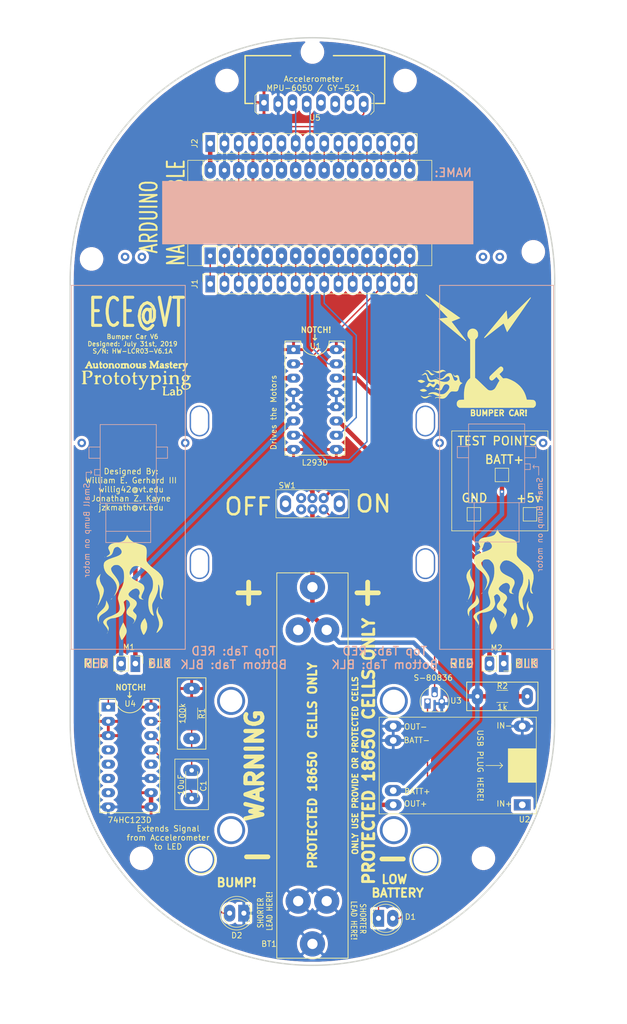
<source format=kicad_pcb>
(kicad_pcb (version 20171130) (host pcbnew 5.1.4-e60b266~84~ubuntu19.04.1)
  (layers (0 F.Cu signal) (31 B.Cu signal) (34 B.Paste user) (35 F.Paste user) (36 B.SilkS user hide) (37 F.SilkS user) (38 B.Mask user) (39 F.Mask user) (44 Edge.Cuts user))
  (net 0 "")
  (net 1 GND)
  (net 2 +BATT)
  (net 3 "Net-(C1-Pad2)")
  (net 4 "Net-(C1-Pad1)")
  (net 5 "Net-(D1-Pad2)")
  (net 6 "Net-(D2-Pad2)")
  (net 7 +3V3)
  (net 8 "Net-(M1-Pad2)")
  (net 9 "Net-(M1-Pad1)")
  (net 10 "Net-(M2-Pad2)")
  (net 11 "Net-(M2-Pad1)")
  (net 12 Trigger)
  (net 13 "Net-(SW1-Pad1)")
  (net 14 "Net-(SW1-Pad2)")
  (net 15 "Net-(SW1-Pad4)")
  (net 16 "Net-(SW1-Pad6)")
  (net 17 GPIO-1)
  (net 18 GPIO-0)
  (net 19 GPIO-AREF)
  (net 20 RESET)
  (net 21 GPIO-A0)
  (net 22 GPIO-A1)
  (net 23 GPIO-2)
  (net 24 GPIO-A2)
  (net 25 GPIO-3)
  (net 26 GPIO-A3)
  (net 27 GPIO-4)
  (net 28 GPIO-A4)
  (net 29 GPIO-5)
  (net 30 GPIO-A5)
  (net 31 GPIO-6)
  (net 32 GPIO-A6)
  (net 33 GPIO-7)
  (net 34 GPIO-A7)
  (net 35 GPIO-8)
  (net 36 +5V)
  (net 37 GPIO-9)
  (net 38 GPIO-10)
  (net 39 GPIO-11)
  (net 40 +9V)
  (net 41 GPIO-12)
  (net 42 GPIO-13)
  (net 43 "Net-(D1-Pad1)")
  (net 44 "Net-(U2-Pad1)")
  (net 45 "Net-(U5-Pad7)")
  (net 46 "Net-(U5-Pad6)")
  (net 47 "Net-(U5-Pad5)")
  (net 48 "Net-(U4-Pad4)")
  (net 49 "Net-(U4-Pad12)")
  (net 50 "Net-(U4-Pad5)")
  (net 51 "Net-(U4-Pad6)")
  (net 52 "Net-(U4-Pad7)")
  (module rover:54x2 (layer F.Cu) (at 121.222 149.72)
    (fp_text reference BT1 (at -7.7465 31.75) (layer F.SilkS))
    (fp_text value Battery)
    (fp_text user "PROTECTED 18650  CELLS ONLY" (at 0 0 90) (layer F.SilkS) (effects (font (size 1.5 1.5) (thickness 0.375))))
    (fp_text user "ONLY USE PROVIDE OR PROTECTED CELLS" (at 7.62 0 90) (layer F.SilkS) (effects (font (thickness 0.25))))
    (fp_text user WARNING (at -10.2865 0.0003 90) (layer F.SilkS) (effects (font (size 3 3) (thickness 0.75))))
    (fp_text user "PROTECTED 18650 CELLS ONLY" (at 10.0335 -2.54 90) (layer F.SilkS) (effects (font (size 2 2) (thickness 0.5))))
    (pad 2 thru_hole circle (at -2.54 24.13 180) (size 4.5 4.5) (drill 1.83) (layers *.Cu *.Mask) (net 1 GND))
    (pad 2 thru_hole circle (at 2.54 24.13 180) (size 4.5 4.5) (drill 1.83) (layers *.Cu *.Mask) (net 1 GND))
    (pad 2 thru_hole circle (at 0 31.75 180) (size 4.5 4.5) (drill 1.83) (layers *.Cu *.Mask) (net 1 GND))
    (pad 1 thru_hole circle (at 2.54 -24.13) (size 4.5 4.5) (drill 1.83) (layers *.Cu *.Mask) (net 2 +BATT))
    (pad 1 thru_hole circle (at -2.54 -24.13) (size 4.5 4.5) (drill 1.83) (layers *.Cu *.Mask) (net 2 +BATT))
    (pad 1 thru_hole circle (at 0 -31.75) (size 4.5 4.5) (drill 1.83) (layers *.Cu *.Mask) (net 2 +BATT))
  )
  (module rover:C_Disc_D4.3mm_W1.9mm_P5.00mm_Handsolder (layer F.Cu) (at 99.695 150.575 270)
    (fp_text reference C1 (at 2.8 -2.1 90) (layer F.SilkS))
    (fp_text value 10uF hide)
    (pad 2 thru_hole oval (at 5 0 270) (size 2 3) (drill 0.8) (layers *.Cu *.Mask) (net 3 "Net-(C1-Pad2)"))
    (pad 1 thru_hole oval (at 0 0 270) (size 2 3) (drill 0.8) (layers *.Cu *.Mask) (net 4 "Net-(C1-Pad1)"))
  )
  (module rover:LED_D5.0mm_handsolder (layer F.Cu) (at 133 176.911)
    (fp_text reference D1 (at 5.684 -0.254) (layer F.SilkS))
    (fp_text value LED hide)
    (pad 2 thru_hole oval (at 2.54 0) (size 2 3) (drill 0.9) (layers *.Cu *.Mask) (net 5 "Net-(D1-Pad2)"))
    (pad 1 thru_hole rect (at 0 0) (size 2 3) (drill 0.9) (layers *.Cu *.Mask) (net 43 "Net-(D1-Pad1)"))
  )
  (module rover:LED_D5.0mm_handsolder (layer F.Cu) (at 109 176 180)
    (fp_text reference D2 (at 1.27 -3.96) (layer F.SilkS))
    (fp_text value RGB_LED hide)
    (pad 1 thru_hole rect (at 0 0 180) (size 2 3) (drill 0.9) (layers *.Cu *.Mask) (net 1 GND))
    (pad 2 thru_hole oval (at 2.54 0 180) (size 2 3) (drill 0.9) (layers *.Cu *.Mask) (net 6 "Net-(D2-Pad2)"))
  )
  (module rover:bolt (layer F.Cu) (at 156 70)
    (fp_text reference G1 hide)
    (fp_text value Logo hide)
  )
  (module rover:bolt (layer F.Cu) (at 145 70 90)
    (fp_text reference G2 hide)
    (fp_text value Logo hide)
  )
  (module rover:bumper (layer F.Cu) (at 154 79)
    (fp_text reference G3 hide)
    (fp_text value Logo hide)
  )
  (module rover:flame (layer F.Cu) (at 89 118 180)
    (fp_text reference G4 hide)
    (fp_text value Logo hide)
  )
  (module rover:flame (layer F.Cu) (at 155 117 180)
    (fp_text reference G5 hide)
    (fp_text value Logo hide)
  )
  (module rover:flame_tiny (layer F.Cu) (at 144 82 90)
    (fp_text reference G6 hide)
    (fp_text value Logo hide)
  )
  (module rover:LOGO2 (layer F.Cu) (at 89.408 80.772)
    (fp_text reference G7 hide)
    (fp_text value Logo hide)
  )
  (module MountingHole:MountingHole_3.2mm_M3 (layer F.Cu) (at 121.2215 22.7203)
    (fp_text reference H1)
    (fp_text value MountingHole)
    (pad 1 np_thru_hole circle (at 0 0) (size 3.2 3.2) (drill 3.2) (layers *.Cu *.Mask))
  )
  (module MountingHole:MountingHole_3.2mm_M3 (layer F.Cu) (at 105.982 27.8003)
    (fp_text reference H2)
    (fp_text value MountingHole)
    (pad 1 np_thru_hole circle (at 0 0) (size 3.2 3.2) (drill 3.2) (layers *.Cu *.Mask))
  )
  (module MountingHole:MountingHole_3.2mm_M3 (layer F.Cu) (at 137.732 27.8003)
    (fp_text reference H3)
    (fp_text value MountingHole)
    (pad 1 np_thru_hole circle (at 0 0) (size 3.2 3.2) (drill 3.2) (layers *.Cu *.Mask))
  )
  (module MountingHole:MountingHole_3.2mm_M3 (layer F.Cu) (at 160.592 58.2803)
    (fp_text reference H4)
    (fp_text value MountingHole)
    (pad 1 np_thru_hole circle (at 0 0) (size 3.2 3.2) (drill 3.2) (layers *.Cu *.Mask))
  )
  (module MountingHole:MountingHole_3.2mm_M3 (layer F.Cu) (at 81.8515 59.5503)
    (fp_text reference H5)
    (fp_text value MountingHole)
    (pad 1 np_thru_hole circle (at 0 0) (size 3.2 3.2) (drill 3.2) (layers *.Cu *.Mask))
  )
  (module MountingHole:MountingHole_3.2mm_M3 (layer F.Cu) (at 90.7415 166.23)
    (fp_text reference H6)
    (fp_text value MountingHole)
    (pad 1 np_thru_hole circle (at 0 0) (size 3.2 3.2) (drill 3.2) (layers *.Cu *.Mask))
  )
  (module MountingHole:MountingHole_3.2mm_M3 (layer F.Cu) (at 151.702 166.23)
    (fp_text reference H7)
    (fp_text value MountingHole)
    (pad 1 np_thru_hole circle (at 0 0) (size 3.2 3.2) (drill 3.2) (layers *.Cu *.Mask))
  )
  (module rover:Ball_Caster (layer F.Cu) (at 141.346 166.484 90)
    (fp_text reference H8 hide)
    (fp_text value MountingHole_Castor hide)
    (pad "" thru_hole circle (at 0 -40 90) (size 4.7 4.7) (drill 4.2) (layers *.Cu *.Mask))
    (pad "" thru_hole circle (at 0 0 90) (size 4.7 4.7) (drill 4.2) (layers *.Cu *.Mask))
  )
  (module rover:Castor_Wheel (layer F.Cu) (at 121.222 149.72)
    (fp_text reference H9)
    (fp_text value MountingHole_Castor hide)
    (pad "" thru_hole circle (at -14.5 -11.5) (size 5 5) (drill 4) (layers *.Cu *.Mask))
    (pad "" thru_hole circle (at 14.5 -11.5) (size 5 5) (drill 4) (layers *.Cu *.Mask))
    (pad "" thru_hole circle (at -14.5 11.5) (size 5 5) (drill 4) (layers *.Cu *.Mask))
    (pad "" thru_hole circle (at 14.5 11.5) (size 5 5) (drill 4) (layers *.Cu *.Mask))
  )
  (module rover:PinSocket_1x15_P2.54mm_Vertical_Handsolder (layer F.Cu) (at 103 64 90)
    (fp_text reference J1 (at 0 -2.77 90) (layer F.SilkS))
    (fp_text value Conn_01x15)
    (pad 15 thru_hole oval (at 0 35.56 90) (size 3 1.7) (drill 1) (layers *.Cu *.Mask) (net 41 GPIO-12))
    (pad 14 thru_hole oval (at 0 33.02 90) (size 3 1.7) (drill 1) (layers *.Cu *.Mask) (net 39 GPIO-11))
    (pad 13 thru_hole oval (at 0 30.48 90) (size 3 1.7) (drill 1) (layers *.Cu *.Mask) (net 38 GPIO-10))
    (pad 12 thru_hole oval (at 0 27.94 90) (size 3 1.7) (drill 1) (layers *.Cu *.Mask) (net 37 GPIO-9))
    (pad 11 thru_hole oval (at 0 25.4 90) (size 3 1.7) (drill 1) (layers *.Cu *.Mask) (net 35 GPIO-8))
    (pad 10 thru_hole oval (at 0 22.86 90) (size 3 1.7) (drill 1) (layers *.Cu *.Mask) (net 33 GPIO-7))
    (pad 9 thru_hole oval (at 0 20.32 90) (size 3 1.7) (drill 1) (layers *.Cu *.Mask) (net 31 GPIO-6))
    (pad 8 thru_hole oval (at 0 17.78 90) (size 3 1.7) (drill 1) (layers *.Cu *.Mask) (net 29 GPIO-5))
    (pad 7 thru_hole oval (at 0 15.24 90) (size 3 1.7) (drill 1) (layers *.Cu *.Mask) (net 27 GPIO-4))
    (pad 6 thru_hole oval (at 0 12.7 90) (size 3 1.7) (drill 1) (layers *.Cu *.Mask) (net 25 GPIO-3))
    (pad 5 thru_hole oval (at 0 10.16 90) (size 3 1.7) (drill 1) (layers *.Cu *.Mask) (net 23 GPIO-2))
    (pad 4 thru_hole oval (at 0 7.62 90) (size 3 1.7) (drill 1) (layers *.Cu *.Mask) (net 1 GND))
    (pad 3 thru_hole oval (at 0 5.08 90) (size 3 1.7) (drill 1) (layers *.Cu *.Mask) (net 20 RESET))
    (pad 2 thru_hole oval (at 0 2.54 90) (size 3 1.7) (drill 1) (layers *.Cu *.Mask) (net 18 GPIO-0))
    (pad 1 thru_hole rect (at 0 0 90) (size 3 1.7) (drill 1) (layers *.Cu *.Mask) (net 17 GPIO-1))
  )
  (module rover:PinSocket_1x15_P2.54mm_Vertical_Handsolder (layer F.Cu) (at 103 39 90)
    (fp_text reference J2 (at 0 -2.77 90) (layer F.SilkS))
    (fp_text value Conn_01x15)
    (pad 1 thru_hole rect (at 0 0 90) (size 3 1.7) (drill 1) (layers *.Cu *.Mask) (net 40 +9V))
    (pad 2 thru_hole oval (at 0 2.54 90) (size 3 1.7) (drill 1) (layers *.Cu *.Mask) (net 1 GND))
    (pad 3 thru_hole oval (at 0 5.08 90) (size 3 1.7) (drill 1) (layers *.Cu *.Mask) (net 20 RESET))
    (pad 4 thru_hole oval (at 0 7.62 90) (size 3 1.7) (drill 1) (layers *.Cu *.Mask) (net 36 +5V))
    (pad 5 thru_hole oval (at 0 10.16 90) (size 3 1.7) (drill 1) (layers *.Cu *.Mask) (net 34 GPIO-A7))
    (pad 6 thru_hole oval (at 0 12.7 90) (size 3 1.7) (drill 1) (layers *.Cu *.Mask) (net 32 GPIO-A6))
    (pad 7 thru_hole oval (at 0 15.24 90) (size 3 1.7) (drill 1) (layers *.Cu *.Mask) (net 30 GPIO-A5))
    (pad 8 thru_hole oval (at 0 17.78 90) (size 3 1.7) (drill 1) (layers *.Cu *.Mask) (net 28 GPIO-A4))
    (pad 9 thru_hole oval (at 0 20.32 90) (size 3 1.7) (drill 1) (layers *.Cu *.Mask) (net 26 GPIO-A3))
    (pad 10 thru_hole oval (at 0 22.86 90) (size 3 1.7) (drill 1) (layers *.Cu *.Mask) (net 24 GPIO-A2))
    (pad 11 thru_hole oval (at 0 25.4 90) (size 3 1.7) (drill 1) (layers *.Cu *.Mask) (net 22 GPIO-A1))
    (pad 12 thru_hole oval (at 0 27.94 90) (size 3 1.7) (drill 1) (layers *.Cu *.Mask) (net 21 GPIO-A0))
    (pad 13 thru_hole oval (at 0 30.48 90) (size 3 1.7) (drill 1) (layers *.Cu *.Mask) (net 19 GPIO-AREF))
    (pad 14 thru_hole oval (at 0 33.02 90) (size 3 1.7) (drill 1) (layers *.Cu *.Mask) (net 7 +3V3))
    (pad 15 thru_hole oval (at 0 35.56 90) (size 3 1.7) (drill 1) (layers *.Cu *.Mask) (net 42 GPIO-13))
  )
  (module rover:Motor (layer F.Cu) (at 88.392 129.032 180)
    (fp_text reference M1 (at -0.127 0.381) (layer F.SilkS))
    (fp_text value DC_Motor)
    (fp_text user "Small Bump on motor" (at 7.4 21.2 90) (layer B.SilkS) (effects (justify mirror)))
    (pad "" thru_hole circle (at -10.16 36.73 180) (size 1.524 1.524) (drill 0.762) (layers *.Cu *.Mask))
    (pad "" thru_hole circle (at 8.29 36.73 180) (size 1.524 1.524) (drill 0.762) (layers *.Cu *.Mask))
    (pad "" thru_hole circle (at 0.565 69.85 180) (size 1.524 1.524) (drill 0.762) (layers *.Cu *.Mask))
    (pad "" thru_hole circle (at -2.435 69.85 180) (size 1.524 1.524) (drill 0.762) (layers *.Cu *.Mask))
    (pad 2 thru_hole oval (at 1.27 -2.54 270) (size 3 1.7) (drill 1) (layers *.Cu *.Mask) (net 8 "Net-(M1-Pad2)"))
    (pad 1 thru_hole rect (at -1.27 -2.54 270) (size 3 1.7) (drill 1) (layers *.Cu *.Mask) (net 9 "Net-(M1-Pad1)"))
    (pad "" thru_hole oval (at -12.7 15.24 180) (size 3.5 5.5) (drill oval 3 5) (layers *.Cu *.Mask))
    (pad "" thru_hole oval (at -12.7 40.64 180) (size 3.5 5.5) (drill oval 3 5) (layers *.Cu *.Mask))
  )
  (module rover:Motor_Mirror_true (layer F.Cu) (at 154.051 129.032 180)
    (fp_text reference M2 (at 0 0.254) (layer F.SilkS))
    (fp_text value DC_Motor)
    (fp_text user "Small Bump on motor" (at -7.7 22.2 90) (layer B.SilkS) (effects (justify mirror)))
    (pad "" thru_hole circle (at 10.16 36.73 180) (size 1.524 1.524) (drill 0.762) (layers *.Cu *.Mask))
    (pad "" thru_hole circle (at -8.29 36.73 180) (size 1.524 1.524) (drill 0.762) (layers *.Cu *.Mask))
    (pad "" thru_hole circle (at -0.565 69.85 180) (size 1.524 1.524) (drill 0.762) (layers *.Cu *.Mask))
    (pad "" thru_hole circle (at 2.435 69.85 180) (size 1.524 1.524) (drill 0.762) (layers *.Cu *.Mask))
    (pad 2 thru_hole oval (at 1.27 -2.54 270) (size 3 1.7) (drill 1) (layers *.Cu *.Mask) (net 10 "Net-(M2-Pad2)"))
    (pad 1 thru_hole rect (at -1.27 -2.54 270) (size 3 1.7) (drill 1) (layers *.Cu *.Mask) (net 11 "Net-(M2-Pad1)"))
    (pad "" thru_hole oval (at 12.7 15.24 180) (size 3.5 5.5) (drill oval 3 5) (layers *.Cu *.Mask))
    (pad "" thru_hole oval (at 12.7 40.64 180) (size 3.5 5.5) (drill oval 3 5) (layers *.Cu *.Mask))
  )
  (module rover:R_Combo (layer F.Cu) (at 99.695 140.462 270)
    (fp_text reference R1 (at 0 -1.85 90) (layer F.SilkS))
    (fp_text value 100k hide)
    (pad 2 thru_hole oval (at 4.445 0 270) (size 2 3) (drill 0.762) (layers *.Cu *.Mask) (net 4 "Net-(C1-Pad1)"))
    (pad 1 thru_hole oval (at -4.445 0 270) (size 2 3) (drill 0.762) (layers *.Cu *.Mask) (net 36 +5V))
    (pad 2 smd rect (at 2 0 270) (size 2 1.7) (layers F.Cu F.Paste F.Mask) (net 4 "Net-(C1-Pad1)"))
    (pad 1 smd rect (at -2 0 270) (size 2 1.7) (layers F.Cu F.Paste F.Mask) (net 36 +5V))
  )
  (module rover:R_Combo (layer F.Cu) (at 155.067 137.414)
    (fp_text reference R2 (at 0 -1.85) (layer F.SilkS))
    (fp_text value 1k hide)
    (pad 1 smd rect (at -2 0) (size 2 1.7) (layers F.Cu F.Paste F.Mask) (net 2 +BATT))
    (pad 2 smd rect (at 2 0) (size 2 1.7) (layers F.Cu F.Paste F.Mask) (net 5 "Net-(D1-Pad2)"))
    (pad 1 thru_hole oval (at -4.445 0) (size 2 3) (drill 0.762) (layers *.Cu *.Mask) (net 2 +BATT))
    (pad 2 thru_hole oval (at 4.445 0) (size 2 3) (drill 0.762) (layers *.Cu *.Mask) (net 5 "Net-(D1-Pad2)"))
  )
  (module TestPoint:TestPoint_Pad_2.0x2.0mm (layer F.Cu) (at 155 98)
    (fp_text reference TP1)
    (fp_text value TestPoint)
    (pad 1 smd rect (at 0 0) (size 2 2) (layers F.Cu F.Mask) (net 2 +BATT))
  )
  (module TestPoint:TestPoint_Pad_2.0x2.0mm (layer F.Cu) (at 160 105)
    (fp_text reference TP2)
    (fp_text value TestPoint)
    (pad 1 smd rect (at 0 0) (size 2 2) (layers F.Cu F.Mask) (net 36 +5V))
  )
  (module TestPoint:TestPoint_Pad_2.0x2.0mm (layer F.Cu) (at 150 105)
    (fp_text reference TP3)
    (fp_text value TestPoint)
    (pad 1 smd rect (at 0 0) (size 2 2) (layers F.Cu F.Mask) (net 1 GND))
  )
  (module rover:DIP16_labeled (layer F.Cu) (at 117.856 75.692)
    (fp_text reference U1 (at 3.9 -0.6) (layer F.SilkS))
    (fp_text value L293D (at 3.81 20.11) (layer F.SilkS))
    (fp_text user NOTCH! (at 4 -3.5) (layer F.SilkS) (effects (font (thickness 0.2))))
    (pad 16 thru_hole oval (at 7.62 0) (size 2.4 1.6) (drill 0.8) (layers *.Cu *.Mask) (net 36 +5V))
    (pad 8 thru_hole oval (at 0 17.78) (size 2.4 1.6) (drill 0.8) (layers *.Cu *.Mask) (net 36 +5V))
    (pad 15 thru_hole oval (at 7.62 2.54) (size 2.4 1.6) (drill 0.8) (layers *.Cu *.Mask) (net 29 GPIO-5))
    (pad 7 thru_hole oval (at 0 15.24) (size 2.4 1.6) (drill 0.8) (layers *.Cu *.Mask) (net 37 GPIO-9))
    (pad 14 thru_hole oval (at 7.62 5.08) (size 2.4 1.6) (drill 0.8) (layers *.Cu *.Mask) (net 11 "Net-(M2-Pad1)"))
    (pad 6 thru_hole oval (at 0 12.7) (size 2.4 1.6) (drill 0.8) (layers *.Cu *.Mask) (net 8 "Net-(M1-Pad2)"))
    (pad 13 thru_hole oval (at 7.62 7.62) (size 2.4 1.6) (drill 0.8) (layers *.Cu *.Mask) (net 1 GND))
    (pad 5 thru_hole oval (at 0 10.16) (size 2.4 1.6) (drill 0.8) (layers *.Cu *.Mask) (net 1 GND))
    (pad 12 thru_hole oval (at 7.62 10.16) (size 2.4 1.6) (drill 0.8) (layers *.Cu *.Mask) (net 1 GND))
    (pad 4 thru_hole oval (at 0 7.62) (size 2.4 1.6) (drill 0.8) (layers *.Cu *.Mask) (net 1 GND))
    (pad 11 thru_hole oval (at 7.62 12.7) (size 2.4 1.6) (drill 0.8) (layers *.Cu *.Mask) (net 10 "Net-(M2-Pad2)"))
    (pad 3 thru_hole oval (at 0 5.08) (size 2.4 1.6) (drill 0.8) (layers *.Cu *.Mask) (net 9 "Net-(M1-Pad1)"))
    (pad 10 thru_hole oval (at 7.62 15.24) (size 2.4 1.6) (drill 0.8) (layers *.Cu *.Mask) (net 31 GPIO-6))
    (pad 2 thru_hole oval (at 0 2.54) (size 2.4 1.6) (drill 0.8) (layers *.Cu *.Mask) (net 38 GPIO-10))
    (pad 9 thru_hole oval (at 7.62 17.78) (size 2.4 1.6) (drill 0.8) (layers *.Cu *.Mask) (net 36 +5V))
    (pad 1 thru_hole rect (at 0 0) (size 2.4 1.6) (drill 0.8) (layers *.Cu *.Mask) (net 36 +5V))
  )
  (module rover:TP4056_Module (layer F.Cu) (at 147.123 149.718 180)
    (fp_text reference U2 (at -11.9 -9.6) (layer F.SilkS))
    (fp_text value TP4056_Charger hide)
    (fp_text user IN+ (at -8.3 -6.8) (layer F.SilkS))
    (fp_text user IN- (at -8.3 7.1) (layer F.SilkS))
    (fp_text user OUT+ (at 7.5 -6.8) (layer F.SilkS))
    (fp_text user BATT+ (at 7.2 -4.6) (layer F.SilkS))
    (fp_text user BATT- (at 7.3 4.5) (layer F.SilkS))
    (fp_text user OUT- (at 7.5 6.9) (layer F.SilkS))
    (fp_text user "USB PLUG HERE!" (at -4 0 270 unlocked) (layer F.SilkS))
    (pad 1 thru_hole rect (at -11.5 -7 180) (size 3 2) (drill 1.2) (layers *.Cu *.Mask) (net 44 "Net-(U2-Pad1)"))
    (pad 2 thru_hole oval (at -11.5 7 180) (size 3 2) (drill 1.2) (layers *.Cu *.Mask) (net 1 GND))
    (pad 3 thru_hole oval (at 11.5 -7 180) (size 3 2) (drill 1.2) (layers *.Cu *.Mask) (net 14 "Net-(SW1-Pad2)"))
    (pad 4 thru_hole oval (at 11.5 -4.46 180) (size 3 2) (drill 1.2) (layers *.Cu *.Mask) (net 2 +BATT))
    (pad 5 thru_hole oval (at 11.5 4.46 180) (size 3 2) (drill 1.2) (layers *.Cu *.Mask) (net 1 GND))
    (pad 6 thru_hole oval (at 11.5 7 180) (size 3 2) (drill 1.2) (layers *.Cu *.Mask) (net 1 GND))
  )
  (module Package_TO_SOT_THT:TO-92_HandSolder (layer F.Cu) (at 141.732 138.303)
    (fp_text reference U3 (at 5.08 -0.127) (layer F.SilkS))
    (fp_text value S-80836CNY-B2-U)
    (pad 2 thru_hole roundrect (at 1.27 -1.27) (size 1.1 1.8) (drill 0.75 (offset 0 -0.4)) (layers *.Cu *.Mask) (net 16 "Net-(SW1-Pad6)"))
    (pad 3 thru_hole roundrect (at 2.54 0) (size 1.1 1.8) (drill 0.75 (offset 0 0.4)) (layers *.Cu *.Mask) (net 1 GND))
    (pad 1 thru_hole rect (at 0 0) (size 1.1 1.8) (drill 0.75 (offset 0 0.4)) (layers *.Cu *.Mask) (net 43 "Net-(D1-Pad1)"))
  )
  (module rover:DIP16_labeled (layer F.Cu) (at 84.836 139.319)
    (fp_text reference U4 (at 3.9 -0.6) (layer F.SilkS))
    (fp_text value 74HC123D (at 3.81 20.11) (layer F.SilkS))
    (fp_text user NOTCH! (at 4 -3.5) (layer F.SilkS) (effects (font (thickness 0.2))))
    (pad 1 thru_hole rect (at 0 0) (size 2.4 1.6) (drill 0.8) (layers *.Cu *.Mask) (net 12 Trigger))
    (pad 9 thru_hole oval (at 7.62 17.78) (size 2.4 1.6) (drill 0.8) (layers *.Cu *.Mask) (net 36 +5V))
    (pad 2 thru_hole oval (at 0 2.54) (size 2.4 1.6) (drill 0.8) (layers *.Cu *.Mask) (net 36 +5V))
    (pad 10 thru_hole oval (at 7.62 15.24) (size 2.4 1.6) (drill 0.8) (layers *.Cu *.Mask) (net 36 +5V))
    (pad 3 thru_hole oval (at 0 5.08) (size 2.4 1.6) (drill 0.8) (layers *.Cu *.Mask) (net 36 +5V))
    (pad 11 thru_hole oval (at 7.62 12.7) (size 2.4 1.6) (drill 0.8) (layers *.Cu *.Mask) (net 1 GND))
    (pad 4 thru_hole oval (at 0 7.62) (size 2.4 1.6) (drill 0.8) (layers *.Cu *.Mask) (net 48 "Net-(U4-Pad4)"))
    (pad 12 thru_hole oval (at 7.62 10.16) (size 2.4 1.6) (drill 0.8) (layers *.Cu *.Mask) (net 49 "Net-(U4-Pad12)"))
    (pad 5 thru_hole oval (at 0 10.16) (size 2.4 1.6) (drill 0.8) (layers *.Cu *.Mask) (net 50 "Net-(U4-Pad5)"))
    (pad 13 thru_hole oval (at 7.62 7.62) (size 2.4 1.6) (drill 0.8) (layers *.Cu *.Mask) (net 6 "Net-(D2-Pad2)"))
    (pad 6 thru_hole oval (at 0 12.7) (size 2.4 1.6) (drill 0.8) (layers *.Cu *.Mask) (net 51 "Net-(U4-Pad6)"))
    (pad 14 thru_hole oval (at 7.62 5.08) (size 2.4 1.6) (drill 0.8) (layers *.Cu *.Mask) (net 3 "Net-(C1-Pad2)"))
    (pad 7 thru_hole oval (at 0 15.24) (size 2.4 1.6) (drill 0.8) (layers *.Cu *.Mask) (net 52 "Net-(U4-Pad7)"))
    (pad 15 thru_hole oval (at 7.62 2.54) (size 2.4 1.6) (drill 0.8) (layers *.Cu *.Mask) (net 4 "Net-(C1-Pad1)"))
    (pad 8 thru_hole oval (at 0 17.78) (size 2.4 1.6) (drill 0.8) (layers *.Cu *.Mask) (net 1 GND))
    (pad 16 thru_hole oval (at 7.62 0) (size 2.4 1.6) (drill 0.8) (layers *.Cu *.Mask) (net 36 +5V))
  )
  (module rover:PinSocket_1x08_P2.54mm_Vertical_Zigzag (layer F.Cu) (at 112.586 31.8643 90)
    (fp_text reference U5 (at -2.5527 9.08 180) (layer F.SilkS))
    (fp_text value MPU-6050)
    (pad 8 thru_hole oval (at -0.127 17.78 90) (size 2.999999 1.7) (drill 1) (layers *.Cu *.Mask) (net 12 Trigger))
    (pad 7 thru_hole oval (at 0.127 15.24 90) (size 2.999999 1.7) (drill 1) (layers *.Cu *.Mask) (net 45 "Net-(U5-Pad7)"))
    (pad 6 thru_hole oval (at -0.127 12.7 90) (size 2.999999 1.7) (drill 1) (layers *.Cu *.Mask) (net 46 "Net-(U5-Pad6)"))
    (pad 5 thru_hole oval (at 0.127 10.16 90) (size 2.999999 1.7) (drill 1) (layers *.Cu *.Mask) (net 47 "Net-(U5-Pad5)"))
    (pad 4 thru_hole oval (at -0.127 7.62 90) (size 2.999999 1.7) (drill 1) (layers *.Cu *.Mask) (net 28 GPIO-A4))
    (pad 3 thru_hole oval (at 0.127 5.08 90) (size 2.999999 1.7) (drill 1) (layers *.Cu *.Mask) (net 30 GPIO-A5))
    (pad 2 thru_hole oval (at -0.127 2.54 90) (size 2.999999 1.7) (drill 1) (layers *.Cu *.Mask) (net 1 GND))
    (pad 1 thru_hole rect (at 0.127 0 90) (size 2.999999 1.7) (drill 1) (layers *.Cu *.Mask) (net 36 +5V))
  )
  (module rover:Switch-EG2207 (layer F.Cu) (at 121.2215 103.124)
    (fp_text reference SW1 (at -4.5 -3.25) (layer F.SilkS))
    (fp_text value SW_DPDT_x2 hide)
    (pad 1 thru_hole circle (at -2 -1) (size 1.8 1.8) (drill 0.8) (layers *.Cu *.Mask) (net 13 "Net-(SW1-Pad1)"))
    (pad 2 thru_hole circle (at 0 -1) (size 1.8 1.8) (drill 0.8) (layers *.Cu *.Mask) (net 14 "Net-(SW1-Pad2)"))
    (pad 3 thru_hole circle (at 2 -1) (size 1.8 1.8) (drill 0.8) (layers *.Cu *.Mask) (net 36 +5V))
    (pad 4 thru_hole circle (at -2 1) (size 1.8 1.8) (drill 0.8) (layers *.Cu *.Mask) (net 15 "Net-(SW1-Pad4)"))
    (pad 5 thru_hole circle (at 0 1) (size 1.8 1.8) (drill 0.8) (layers *.Cu *.Mask) (net 2 +BATT))
    (pad 6 thru_hole circle (at 2 1) (size 1.8 1.8) (drill 0.8) (layers *.Cu *.Mask) (net 16 "Net-(SW1-Pad6)"))
    (pad "" thru_hole oval (at -4.8 0) (size 2 3) (drill 1.2) (layers *.Cu *.Mask))
    (pad "" thru_hole oval (at 4.8 0) (size 2 3) (drill 1.2) (layers *.Cu *.Mask))
  )
  (module rover:Arduino_Nano_Handsolder (layer F.Cu) (at 103 59 90)
    (fp_text reference A1 (at 7.62 -3.178 90) (layer F.SilkS))
    (fp_text value Arduino_Nano_v3.x)
    (fp_text user "USB PLUG" (at 7.25 28.75 90) (layer F.SilkS) (effects (font (thickness 0.25))))
    (fp_text user HERE! (at 7.75 30.5 90) (layer F.SilkS) (effects (font (thickness 0.25))))
    (pad 16 thru_hole oval (at 15.24 35.56 90) (size 3 2) (drill 0.8) (layers *.Cu *.Mask) (net 42 GPIO-13))
    (pad 15 thru_hole oval (at 0 35.56 90) (size 3 2) (drill 0.8) (layers *.Cu *.Mask) (net 41 GPIO-12))
    (pad 30 thru_hole oval (at 15.24 0 90) (size 3 2) (drill 0.8) (layers *.Cu *.Mask) (net 40 +9V))
    (pad 14 thru_hole oval (at 0 33.02 90) (size 3 2) (drill 0.8) (layers *.Cu *.Mask) (net 39 GPIO-11))
    (pad 29 thru_hole oval (at 15.24 2.54 90) (size 3 2) (drill 0.8) (layers *.Cu *.Mask) (net 1 GND))
    (pad 13 thru_hole oval (at 0 30.48 90) (size 3 2) (drill 0.8) (layers *.Cu *.Mask) (net 38 GPIO-10))
    (pad 28 thru_hole oval (at 15.24 5.08 90) (size 3 2) (drill 0.8) (layers *.Cu *.Mask) (net 20 RESET))
    (pad 12 thru_hole oval (at 0 27.94 90) (size 3 2) (drill 0.8) (layers *.Cu *.Mask) (net 37 GPIO-9))
    (pad 27 thru_hole oval (at 15.24 7.62 90) (size 3 2) (drill 0.8) (layers *.Cu *.Mask) (net 36 +5V))
    (pad 11 thru_hole oval (at 0 25.4 90) (size 3 2) (drill 0.8) (layers *.Cu *.Mask) (net 35 GPIO-8))
    (pad 26 thru_hole oval (at 15.24 10.16 90) (size 3 2) (drill 0.8) (layers *.Cu *.Mask) (net 34 GPIO-A7))
    (pad 10 thru_hole oval (at 0 22.86 90) (size 3 2) (drill 0.8) (layers *.Cu *.Mask) (net 33 GPIO-7))
    (pad 25 thru_hole oval (at 15.24 12.7 90) (size 3 2) (drill 0.8) (layers *.Cu *.Mask) (net 32 GPIO-A6))
    (pad 9 thru_hole oval (at 0 20.32 90) (size 3 2) (drill 0.8) (layers *.Cu *.Mask) (net 31 GPIO-6))
    (pad 24 thru_hole oval (at 15.24 15.24 90) (size 3 2) (drill 0.8) (layers *.Cu *.Mask) (net 30 GPIO-A5))
    (pad 8 thru_hole oval (at 0 17.78 90) (size 3 2) (drill 0.8) (layers *.Cu *.Mask) (net 29 GPIO-5))
    (pad 23 thru_hole oval (at 15.24 17.78 90) (size 3 2) (drill 0.8) (layers *.Cu *.Mask) (net 28 GPIO-A4))
    (pad 7 thru_hole oval (at 0 15.24 90) (size 3 2) (drill 0.8) (layers *.Cu *.Mask) (net 27 GPIO-4))
    (pad 22 thru_hole oval (at 15.24 20.32 90) (size 3 2) (drill 0.8) (layers *.Cu *.Mask) (net 26 GPIO-A3))
    (pad 6 thru_hole oval (at 0 12.7 90) (size 3 2) (drill 0.8) (layers *.Cu *.Mask) (net 25 GPIO-3))
    (pad 21 thru_hole oval (at 15.24 22.86 90) (size 3 2) (drill 0.8) (layers *.Cu *.Mask) (net 24 GPIO-A2))
    (pad 5 thru_hole oval (at 0 10.16 90) (size 3 2) (drill 0.8) (layers *.Cu *.Mask) (net 23 GPIO-2))
    (pad 20 thru_hole oval (at 15.24 25.4 90) (size 3 2) (drill 0.8) (layers *.Cu *.Mask) (net 22 GPIO-A1))
    (pad 4 thru_hole oval (at 0 7.62 90) (size 3 2) (drill 0.8) (layers *.Cu *.Mask) (net 1 GND))
    (pad 19 thru_hole oval (at 15.24 27.94 90) (size 3 2) (drill 0.8) (layers *.Cu *.Mask) (net 21 GPIO-A0))
    (pad 3 thru_hole oval (at 0 5.08 90) (size 3 2) (drill 0.8) (layers *.Cu *.Mask) (net 20 RESET))
    (pad 18 thru_hole oval (at 15.24 30.48 90) (size 3 2) (drill 0.8) (layers *.Cu *.Mask) (net 19 GPIO-AREF))
    (pad 2 thru_hole oval (at 0 2.54 90) (size 3 2) (drill 0.8) (layers *.Cu *.Mask) (net 18 GPIO-0))
    (pad 17 thru_hole oval (at 15.24 33.02 90) (size 3 2) (drill 0.8) (layers *.Cu *.Mask) (net 7 +3V3))
    (pad 1 thru_hole rect (at 0 0 90) (size 3 2) (drill 0.8) (layers *.Cu *.Mask) (net 17 GPIO-1))
  )
  (gr_text "Extends Signal\nfrom Accelerometer\nto LED" (at 95.504 162.56) (layer F.SilkS) (effects (font (size 1 1))))
  (gr_text "Drives the Motors" (at 114.3 86.868 90) (layer F.SilkS) (effects (font (size 1 1))))
  (gr_line (start 124.968 23.368) (end 134.112 23.368) (layer F.SilkS) (width 0.25))
  (gr_line (start 109.22 23.368) (end 117.348 23.368) (layer F.SilkS) (width 0.25))
  (gr_text S-80836 (at 142.748 134.112) (layer F.SilkS) (effects (font (size 1 1))))
  (gr_text "Top Tab: RED\nBottom Tab: BLK" (at 134.112 130.556) (layer B.SilkS) (effects (font (size 1.5 1.5) (thickness 0.25)) (justify mirror)))
  (gr_text "Top Tab: RED\nBottom Tab: BLK" (at 107.188 130.556) (layer B.SilkS) (effects (font (size 1.5 1.5) (thickness 0.25)) (justify mirror)))
  (gr_text BLK (at 159.512 131.572) (layer B.SilkS) (effects (font (size 1.5 1.5) (thickness 0.25)) (justify mirror)))
  (gr_text RED (at 147.828 131.572) (layer B.SilkS) (effects (font (size 1.5 1.5) (thickness 0.25)) (justify mirror)))
  (gr_text RED (at 82.804 131.572) (layer B.SilkS) (effects (font (size 1.5 1.5) (thickness 0.25)) (justify mirror)))
  (gr_text BLK (at 93.98 131.572) (layer B.SilkS) (effects (font (size 1.5 1.5) (thickness 0.25)) (justify mirror)))
  (gr_poly (pts (xy 94.488 45.72) (xy 149.86 45.72) (xy 149.86 56.896) (xy 94.488 56.896)) (layer B.SilkS) (width 0.1))
  (gr_text NAME: (at 146.304 44.196) (layer B.SilkS) (effects (font (size 1.5 1.5) (thickness 0.25)) (justify mirror)))
  (gr_text - (at 111.379 165.608) (layer F.SilkS) (effects (font (size 5 5) (thickness 0.85))))
  (gr_text - (at 135.509 165.989) (layer F.SilkS) (effects (font (size 5 5) (thickness 0.85))))
  (gr_text + (at 131.064 118.618) (layer F.SilkS) (effects (font (size 5 5) (thickness 0.85))))
  (gr_text + (at 109.855 118.618) (layer F.SilkS) (effects (font (size 5 5) (thickness 0.85))))
  (gr_text "Designed By:\nWilliam E. Gerhard III\nwillig42@vt.edu\nJonathan Z. Kayne\njzkmath@vt.edu" (at 88.9 100.584) (layer F.SilkS) (effects (font (size 1 1))))
  (gr_text "Bumper Car V6\nDesigned: July 31st, 2019\nS/N: HW-LCR03-V6.1A" (at 89.154 74.676) (layer F.SilkS) (effects (font (size 0.8 0.8))))
  (gr_text ECE@VT (at 89.916 69.088) (layer F.SilkS) (effects (font (size 5 3) (thickness 0.55))))
  (gr_text "BUMPER CAR!" (at 154.432 86.995) (layer F.SilkS) (effects (font (size 1 1) (thickness 0.25))))
  (gr_line (start 146.05 107.95) (end 163.195 107.95) (layer F.SilkS) (width 0.12))
  (gr_line (start 146.05 107.315) (end 146.05 107.95) (layer F.SilkS) (width 0.12))
  (gr_line (start 146.05 90.17) (end 146.05 107.315) (layer F.SilkS) (width 0.12))
  (gr_line (start 146.177 90.17) (end 146.05 90.17) (layer F.SilkS) (width 0.12))
  (gr_line (start 163.195 90.17) (end 146.177 90.17) (layer F.SilkS) (width 0.12))
  (gr_line (start 163.195 91.44) (end 163.195 90.17) (layer F.SilkS) (width 0.12))
  (gr_line (start 163.195 107.95) (end 163.195 93.218) (layer F.SilkS) (width 0.12))
  (gr_text "TEST POINTS" (at 154.178 91.948) (layer F.SilkS) (effects (font (size 1.5 1.5) (thickness 0.25))))
  (gr_line (start 134.112 31.877) (end 134.112 23.368) (layer F.SilkS) (width 0.25))
  (gr_line (start 132.461 31.877) (end 134.112 31.877) (layer F.SilkS) (width 0.25))
  (gr_line (start 109.22 31.877) (end 109.22 23.368) (layer F.SilkS) (width 0.25))
  (gr_line (start 110.617 31.877) (end 109.22 31.877) (layer F.SilkS) (width 0.25))
  (gr_text "Accelerometer\nMPU-6050 / GY-521" (at 121.412 28.321) (layer F.SilkS) (effects (font (size 1 1))))
  (gr_text "SHORTER \nLEAD HERE!" (at 129.413 177.292 270) (layer F.SilkS) (effects (font (size 1 0.8))))
  (gr_text "SHORTER \nLEAD HERE!" (at 112.776 175.641 90) (layer F.SilkS) (effects (font (size 1 0.8))))
  (gr_text BUMP! (at 107.696 170.561) (layer F.SilkS) (effects (font (size 1.5 1.5) (thickness 0.35))))
  (gr_text "LOW \nBATTERY" (at 136.398 171.196) (layer F.SilkS) (effects (font (size 1.5 1.5) (thickness 0.35))))
  (gr_text 1k (at 155.067 139.319) (layer F.SilkS) (effects (font (size 1 1))))
  (gr_text RED (at 82.55 131.572) (layer F.SilkS) (effects (font (size 1.5 1.5) (thickness 0.25))))
  (gr_text BLK (at 93.98 131.572) (layer F.SilkS) (effects (font (size 1.5 1.5) (thickness 0.25))))
  (gr_text BLK (at 159.385 131.572) (layer F.SilkS) (effects (font (size 1.5 1.5) (thickness 0.25))))
  (gr_text RED (at 147.828 131.572) (layer F.SilkS) (effects (font (size 1.5 1.5) (thickness 0.25))))
  (gr_text +5v (at 159.766 102.108) (layer F.SilkS) (effects (font (size 1.5 1.5) (thickness 0.25))))
  (gr_text GND (at 150.114 102.108) (layer F.SilkS) (effects (font (size 1.5 1.5) (thickness 0.25))))
  (gr_text BATT+ (at 155.448 95.25) (layer F.SilkS) (effects (font (size 1.5 1.5) (thickness 0.25))))
  (gr_text "ARDUINO \nNANO + BLE" (at 94.488 51.308 90) (layer F.SilkS) (effects (font (size 3 2) (thickness 0.35))))
  (gr_text OFF (at 109.728 103.632) (layer F.SilkS) (effects (font (size 3 3) (thickness 0.45))))
  (gr_text ON (at 132.08 103.124) (layer F.SilkS) (effects (font (size 3 3) (thickness 0.45))))
  (gr_text 100k (at 98.044 140.462 90) (layer F.SilkS) (effects (font (size 1 1))))
  (gr_text 10uF (at 97.79 153.162 90) (layer F.SilkS) (effects (font (size 1 1))))
  (gr_arc (start 121.2215 142.1003) (end 164.4015 142.1003) (angle 180) (layer Edge.Cuts) (width 0.25))
  (gr_arc (start 121.2215 63.3603) (end 78.0415 63.3603) (angle 180) (layer Edge.Cuts) (width 0.25))
  (gr_line (start 164.4015 63.3603) (end 164.4015 142.1003) (layer Edge.Cuts) (width 0.25))
  (gr_line (start 78.0415 142.1003) (end 78.0415 63.3603) (layer Edge.Cuts) (width 0.25))
  (via (at 150 102) (size 0.8) (drill 0.4) (layers F.Cu B.Cu) (net 1))
  (segment (start 150 105) (end 150 102) (width 0.8) (layer F.Cu) (net 1))
  (segment (start 121.222 123.05) (end 123.762 125.59) (width 0.8) (layer F.Cu) (net 2))
  (segment (start 121.222 117.97) (end 121.222 123.05) (width 0.8) (layer F.Cu) (net 2))
  (segment (start 121.222 123.05) (end 118.682 125.59) (width 0.8) (layer F.Cu) (net 2))
  (segment (start 153.067 137.414) (end 150.622 137.414) (width 0.8) (layer F.Cu) (net 2))
  (segment (start 148.822 137.414) (end 150.622 137.414) (width 0.8) (layer B.Cu) (net 2))
  (segment (start 126.011999 127.839999) (end 139.247999 127.839999) (width 0.8) (layer B.Cu) (net 2))
  (segment (start 139.247999 127.839999) (end 148.822 137.414) (width 0.8) (layer B.Cu) (net 2))
  (segment (start 123.762 125.59) (end 126.011999 127.839999) (width 0.8) (layer B.Cu) (net 2))
  (segment (start 150.622 139.714) (end 150.622 137.414) (width 0.8) (layer B.Cu) (net 2))
  (segment (start 150.622 141.479) (end 150.622 139.714) (width 0.8) (layer B.Cu) (net 2))
  (segment (start 137.923 154.178) (end 150.622 141.479) (width 0.8) (layer B.Cu) (net 2))
  (segment (start 135.623 154.178) (end 137.923 154.178) (width 0.8) (layer B.Cu) (net 2))
  (segment (start 150.622 137.414) (end 150.622 109.378) (width 0.8) (layer B.Cu) (net 2))
  (segment (start 150.622 109.378) (end 155 105) (width 0.8) (layer B.Cu) (net 2))
  (via (at 155 101) (size 0.8) (drill 0.4) (layers F.Cu B.Cu) (net 2))
  (segment (start 155 105) (end 155 101) (width 0.8) (layer B.Cu) (net 2))
  (segment (start 155 101) (end 155 98) (width 0.8) (layer F.Cu) (net 2))
  (segment (start 121.222 104.1245) (end 121.2215 104.124) (width 0.8) (layer F.Cu) (net 2))
  (segment (start 121.222 117.97) (end 121.222 104.1245) (width 0.8) (layer F.Cu) (net 2))
  (segment (start 92.856 144.399) (end 97 148.543) (width 0.25) (layer F.Cu) (net 3))
  (segment (start 92.456 144.399) (end 92.856 144.399) (width 0.25) (layer F.Cu) (net 3))
  (segment (start 99.695 154.325) (end 99.695 155.575) (width 0.25) (layer F.Cu) (net 3))
  (segment (start 97 151.63) (end 99.695 154.325) (width 0.25) (layer F.Cu) (net 3))
  (segment (start 97 148.543) (end 97 151.63) (width 0.25) (layer F.Cu) (net 3))
  (segment (start 99.695 144.907) (end 99.695 142.462) (width 0.25) (layer F.Cu) (net 4))
  (segment (start 99.695 150.575) (end 99.695 144.907) (width 0.25) (layer F.Cu) (net 4))
  (segment (start 99.092 141.859) (end 99.695 142.462) (width 0.25) (layer F.Cu) (net 4))
  (segment (start 92.456 141.859) (end 99.092 141.859) (width 0.25) (layer F.Cu) (net 4))
  (segment (start 157.067 137.414) (end 159.512 137.414) (width 0.8) (layer F.Cu) (net 5))
  (segment (start 136.79 176.911) (end 147 166.701) (width 0.25) (layer F.Cu) (net 5))
  (segment (start 135.54 176.911) (end 136.79 176.911) (width 0.25) (layer F.Cu) (net 5))
  (segment (start 157.067 138.514) (end 157.067 137.414) (width 0.25) (layer F.Cu) (net 5))
  (segment (start 147 148.581) (end 157.067 138.514) (width 0.25) (layer F.Cu) (net 5))
  (segment (start 147 166.701) (end 147 148.581) (width 0.25) (layer F.Cu) (net 5))
  (segment (start 105.21 176) (end 106.46 176) (width 0.25) (layer F.Cu) (net 6))
  (segment (start 95 165.79) (end 105.21 176) (width 0.25) (layer F.Cu) (net 6))
  (segment (start 95 149.083) (end 95 165.79) (width 0.25) (layer F.Cu) (net 6))
  (segment (start 92.856 146.939) (end 95 149.083) (width 0.25) (layer F.Cu) (net 6))
  (segment (start 92.456 146.939) (end 92.856 146.939) (width 0.25) (layer F.Cu) (net 6))
  (segment (start 136.02 39) (end 136.02 43.76) (width 0.25) (layer F.Cu) (net 7))
  (segment (start 87.122 118.726) (end 117.456 88.392) (width 0.8) (layer B.Cu) (net 8))
  (segment (start 117.456 88.392) (end 117.856 88.392) (width 0.8) (layer B.Cu) (net 8))
  (segment (start 87.122 131.572) (end 87.122 118.726) (width 0.8) (layer B.Cu) (net 8))
  (segment (start 89.662 131.572) (end 89.662 106.426) (width 0.8) (layer F.Cu) (net 9))
  (segment (start 115.316 80.772) (end 117.856 80.772) (width 0.8) (layer F.Cu) (net 9))
  (segment (start 89.662 106.426) (end 115.316 80.772) (width 0.8) (layer F.Cu) (net 9))
  (segment (start 152.781 115.297) (end 125.876 88.392) (width 0.8) (layer F.Cu) (net 10))
  (segment (start 125.876 88.392) (end 125.476 88.392) (width 0.8) (layer F.Cu) (net 10))
  (segment (start 152.781 131.572) (end 152.781 115.297) (width 0.8) (layer F.Cu) (net 10))
  (segment (start 155.321 116.422774) (end 134.112 95.213774) (width 0.8) (layer F.Cu) (net 11))
  (segment (start 155.321 131.572) (end 155.321 116.422774) (width 0.8) (layer F.Cu) (net 11))
  (segment (start 134.112 95.213774) (end 134.112 85.852) (width 0.8) (layer F.Cu) (net 11))
  (segment (start 129.032 80.772) (end 125.476 80.772) (width 0.8) (layer F.Cu) (net 11))
  (segment (start 134.112 85.852) (end 129.032 80.772) (width 0.8) (layer F.Cu) (net 11))
  (segment (start 130.366 33.741299) (end 128.107299 36) (width 0.25) (layer F.Cu) (net 12))
  (segment (start 130.366 31.9913) (end 130.366 33.741299) (width 0.25) (layer F.Cu) (net 12))
  (segment (start 128.107299 36) (end 99 36) (width 0.25) (layer F.Cu) (net 12))
  (segment (start 84.836 50.164) (end 84.836 139.319) (width 0.25) (layer F.Cu) (net 12))
  (segment (start 99 36) (end 84.836 50.164) (width 0.25) (layer F.Cu) (net 12))
  (segment (start 133.323 156.718) (end 107.696 131.091) (width 0.8) (layer F.Cu) (net 14))
  (segment (start 135.623 156.718) (end 133.323 156.718) (width 0.8) (layer F.Cu) (net 14))
  (segment (start 107.696 131.091) (end 107.696 103.124) (width 0.8) (layer F.Cu) (net 14))
  (segment (start 107.696 103.124) (end 113.792 97.028) (width 0.8) (layer F.Cu) (net 14))
  (segment (start 121.2215 100.851208) (end 121.2215 102.124) (width 0.8) (layer F.Cu) (net 14))
  (segment (start 117.398292 97.028) (end 121.2215 100.851208) (width 0.8) (layer F.Cu) (net 14))
  (segment (start 113.792 97.028) (end 117.398292 97.028) (width 0.8) (layer F.Cu) (net 14))
  (segment (start 143.002 123.9045) (end 123.2215 104.124) (width 0.25) (layer F.Cu) (net 16))
  (segment (start 143.002 137.033) (end 143.002 123.9045) (width 0.25) (layer F.Cu) (net 16))
  (segment (start 103 64) (end 103 59) (width 0.25) (layer F.Cu) (net 17))
  (segment (start 105.54 62.25) (end 105.54 59) (width 0.25) (layer F.Cu) (net 18))
  (segment (start 105.54 64) (end 105.54 62.25) (width 0.25) (layer F.Cu) (net 18))
  (segment (start 133.48 40.75) (end 133.48 43.76) (width 0.25) (layer F.Cu) (net 19))
  (segment (start 133.48 39) (end 133.48 40.75) (width 0.25) (layer F.Cu) (net 19))
  (segment (start 108.08 64) (end 108.08 59) (width 0.25) (layer F.Cu) (net 20))
  (segment (start 108.08 42.01) (end 108.08 39) (width 0.25) (layer F.Cu) (net 20))
  (segment (start 108.08 43.76) (end 108.08 42.01) (width 0.25) (layer F.Cu) (net 20))
  (segment (start 108.08 43.76) (end 108.08 59) (width 0.25) (layer F.Cu) (net 20))
  (segment (start 130.94 39) (end 130.94 43.76) (width 0.25) (layer F.Cu) (net 21))
  (segment (start 128.4 40.75) (end 128.4 43.76) (width 0.25) (layer F.Cu) (net 22))
  (segment (start 128.4 39) (end 128.4 40.75) (width 0.25) (layer F.Cu) (net 22))
  (segment (start 113.16 64) (end 113.16 59) (width 0.25) (layer F.Cu) (net 23))
  (segment (start 125.86 39) (end 125.86 43.76) (width 0.25) (layer F.Cu) (net 24))
  (segment (start 115.7 62.25) (end 115.7 59) (width 0.25) (layer F.Cu) (net 25))
  (segment (start 115.7 64) (end 115.7 62.25) (width 0.25) (layer F.Cu) (net 25))
  (segment (start 123.32 40.75) (end 123.32 43.76) (width 0.25) (layer F.Cu) (net 26))
  (segment (start 123.32 39) (end 123.32 40.75) (width 0.25) (layer F.Cu) (net 26))
  (segment (start 118.24 64) (end 118.24 59) (width 0.25) (layer F.Cu) (net 27))
  (segment (start 120.78 39) (end 120.78 43.76) (width 0.25) (layer F.Cu) (net 28))
  (segment (start 120.78 32.5653) (end 120.206 31.9913) (width 0.25) (layer B.Cu) (net 28))
  (segment (start 120.78 39) (end 120.78 32.5653) (width 0.25) (layer B.Cu) (net 28))
  (segment (start 120.78 62.25) (end 120.78 59) (width 0.25) (layer F.Cu) (net 29))
  (segment (start 120.78 64) (end 120.78 62.25) (width 0.25) (layer F.Cu) (net 29))
  (segment (start 120.78 65.75) (end 120.78 64) (width 0.25) (layer B.Cu) (net 29))
  (segment (start 120.78 74.986) (end 120.78 65.75) (width 0.25) (layer B.Cu) (net 29))
  (segment (start 124.026 78.232) (end 120.78 74.986) (width 0.25) (layer B.Cu) (net 29))
  (segment (start 125.476 78.232) (end 124.026 78.232) (width 0.25) (layer B.Cu) (net 29))
  (segment (start 118.24 40.75) (end 118.24 43.76) (width 0.25) (layer F.Cu) (net 30))
  (segment (start 118.24 39) (end 118.24 40.75) (width 0.25) (layer F.Cu) (net 30))
  (segment (start 118.24 32.3113) (end 117.666 31.7373) (width 0.25) (layer B.Cu) (net 30))
  (segment (start 118.24 39) (end 118.24 32.3113) (width 0.25) (layer B.Cu) (net 30))
  (segment (start 123.32 62.25) (end 123.32 59) (width 0.25) (layer F.Cu) (net 31))
  (segment (start 123.32 64) (end 123.32 62.25) (width 0.25) (layer F.Cu) (net 31))
  (segment (start 125.876 90.932) (end 129.032 87.776) (width 0.25) (layer B.Cu) (net 31))
  (segment (start 125.476 90.932) (end 125.876 90.932) (width 0.25) (layer B.Cu) (net 31))
  (segment (start 129.032 87.776) (end 129.032 73.152) (width 0.25) (layer B.Cu) (net 31))
  (segment (start 123.32 67.44) (end 123.32 64) (width 0.25) (layer B.Cu) (net 31))
  (segment (start 129.032 73.152) (end 123.32 67.44) (width 0.25) (layer B.Cu) (net 31))
  (segment (start 115.7 40.75) (end 115.7 43.76) (width 0.25) (layer F.Cu) (net 32))
  (segment (start 115.7 39) (end 115.7 40.75) (width 0.25) (layer F.Cu) (net 32))
  (segment (start 125.86 64) (end 125.86 59) (width 0.25) (layer F.Cu) (net 33))
  (segment (start 113.16 39) (end 113.16 43.76) (width 0.25) (layer F.Cu) (net 34))
  (segment (start 128.4 62.25) (end 128.4 59) (width 0.25) (layer F.Cu) (net 35))
  (segment (start 128.4 64) (end 128.4 62.25) (width 0.25) (layer F.Cu) (net 35))
  (segment (start 92.456 157.099) (end 92.456 154.559) (width 0.8) (layer F.Cu) (net 36))
  (segment (start 130.94 62.25) (end 130.94 59) (width 0.25) (layer F.Cu) (net 37))
  (segment (start 130.94 64) (end 130.94 62.25) (width 0.25) (layer F.Cu) (net 37))
  (segment (start 130.94 92.072) (end 130.94 64) (width 0.25) (layer B.Cu) (net 37))
  (segment (start 127.725 95.287) (end 130.94 92.072) (width 0.25) (layer B.Cu) (net 37))
  (segment (start 123.661 95.287) (end 127.725 95.287) (width 0.25) (layer B.Cu) (net 37))
  (segment (start 119.306 90.932) (end 123.661 95.287) (width 0.25) (layer B.Cu) (net 37))
  (segment (start 117.856 90.932) (end 119.306 90.932) (width 0.25) (layer B.Cu) (net 37))
  (segment (start 133.48 62.25) (end 133.48 59) (width 0.25) (layer F.Cu) (net 38))
  (segment (start 133.48 64) (end 133.48 62.25) (width 0.25) (layer F.Cu) (net 38))
  (segment (start 133.48 64.65) (end 133.48 64) (width 0.25) (layer F.Cu) (net 38))
  (segment (start 119.898 78.232) (end 133.48 64.65) (width 0.25) (layer F.Cu) (net 38))
  (segment (start 117.856 78.232) (end 119.898 78.232) (width 0.25) (layer F.Cu) (net 38))
  (segment (start 136.02 64) (end 136.02 59) (width 0.25) (layer F.Cu) (net 39))
  (segment (start 103 43.76) (end 103 39) (width 0.8) (layer F.Cu) (net 40))
  (segment (start 138.56 62.25) (end 138.56 59) (width 0.25) (layer F.Cu) (net 41))
  (segment (start 138.56 64) (end 138.56 62.25) (width 0.25) (layer F.Cu) (net 41))
  (segment (start 138.56 40.75) (end 138.56 43.76) (width 0.25) (layer F.Cu) (net 42))
  (segment (start 138.56 39) (end 138.56 40.75) (width 0.25) (layer F.Cu) (net 42))
  (segment (start 133 176.911) (end 133 169) (width 0.25) (layer F.Cu) (net 43))
  (segment (start 141.732 160.268) (end 141.732 138.303) (width 0.25) (layer F.Cu) (net 43))
  (segment (start 133 169) (end 141.732 160.268) (width 0.25) (layer F.Cu) (net 43))
  (zone (net 1) (net_name GND) (layer B.Cu) (connect_pads (clearance 0.508)) (min_thickness 0.254) (fill yes (arc_segments 32) (thermal_gap 0.508) (thermal_bridge_width 0.508))
    (polygon (pts (xy 65.532 13.462) (xy 177.292 13.462) (xy 177.292 195.707) (xy 68.072 195.707)))
  )
  (zone (net 36) (net_name +5V) (layer F.Cu) (connect_pads (clearance 0.508)) (min_thickness 0.254) (fill yes (arc_segments 32) (thermal_gap 0.508) (thermal_bridge_width 0.508))
    (polygon (pts (xy 67 16) (xy 175 15) (xy 173 190) (xy 71 190)))
  )
)
</source>
